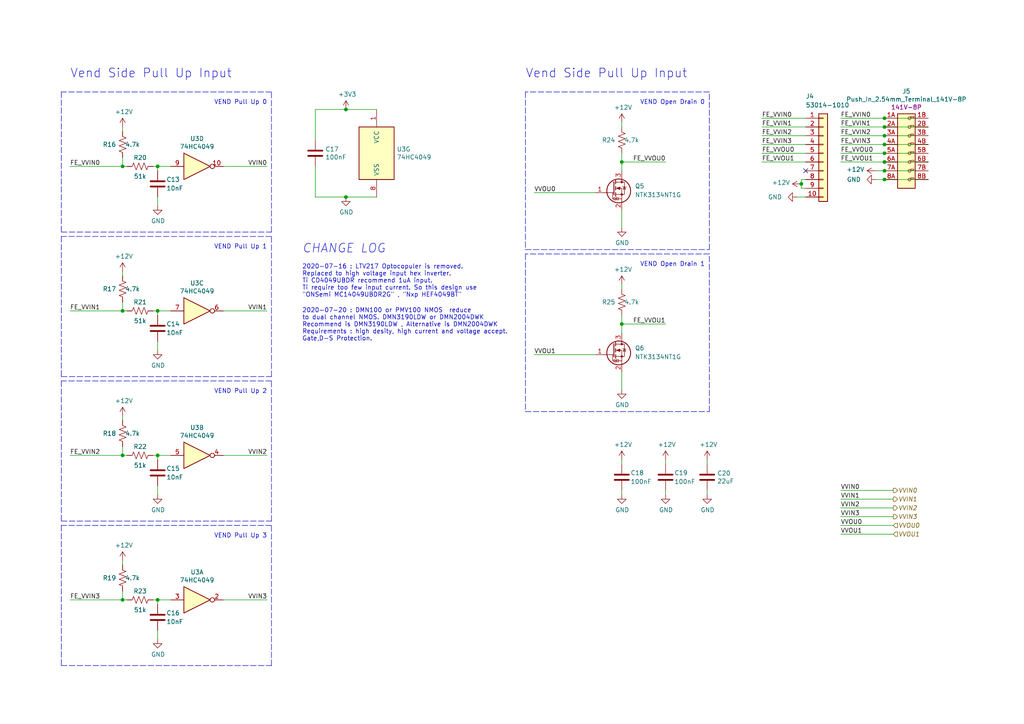
<source format=kicad_sch>
(kicad_sch (version 20210621) (generator eeschema)
  (paper "A4")
  (title_block (title "Vend Side") (date "2021-07-20") (rev "0.1") (company "Jinwoo Park, pmnxis@gmail.com") (comment 2 "IoT automation & statics support gadget for") (comment 3 "arcade amusement machine with WLAN.") (comment 4 "CERN-OHL-S-2.0"))
  (lib_symbols
    (symbol "4xxx:4049" (pin_names (offset 1.016))
      (property "Reference" "U" (at 0 1.27 0))
      (property "Value" "4049" (at 0 -1.27 0))
      (symbol "4049_1_0"
        (polyline (pts (xy -3.81 3.81) (xy -3.81 -3.81) (xy 3.81 0) (xy -3.81 3.81)) (stroke (width 0.254)) (fill (type background)))
        (pin output inverted (at 7.62 0 180) (length 3.81) (name "~") (number "2"))
        (pin input line (at -7.62 0 0) (length 3.81) (name "~") (number "3"))
      )
      (symbol "4049_2_0"
        (polyline (pts (xy -3.81 3.81) (xy -3.81 -3.81) (xy 3.81 0) (xy -3.81 3.81)) (stroke (width 0.254)) (fill (type background)))
        (pin output inverted (at 7.62 0 180) (length 3.81) (name "~") (number "4"))
        (pin input line (at -7.62 0 0) (length 3.81) (name "~") (number "5"))
      )
      (symbol "4049_3_0"
        (polyline (pts (xy -3.81 3.81) (xy -3.81 -3.81) (xy 3.81 0) (xy -3.81 3.81)) (stroke (width 0.254)) (fill (type background)))
        (pin output inverted (at 7.62 0 180) (length 3.81) (name "~") (number "6"))
        (pin input line (at -7.62 0 0) (length 3.81) (name "~") (number "7"))
      )
      (symbol "4049_4_0"
        (polyline (pts (xy -3.81 3.81) (xy -3.81 -3.81) (xy 3.81 0) (xy -3.81 3.81)) (stroke (width 0.254)) (fill (type background)))
        (pin output inverted (at 7.62 0 180) (length 3.81) (name "~") (number "10"))
        (pin input line (at -7.62 0 0) (length 3.81) (name "~") (number "9"))
      )
      (symbol "4049_5_0"
        (polyline (pts (xy -3.81 3.81) (xy -3.81 -3.81) (xy 3.81 0) (xy -3.81 3.81)) (stroke (width 0.254)) (fill (type background)))
        (pin input line (at -7.62 0 0) (length 3.81) (name "~") (number "11"))
        (pin output inverted (at 7.62 0 180) (length 3.81) (name "~") (number "12"))
      )
      (symbol "4049_6_0"
        (polyline (pts (xy -3.81 3.81) (xy -3.81 -3.81) (xy 3.81 0) (xy -3.81 3.81)) (stroke (width 0.254)) (fill (type background)))
        (pin input line (at -7.62 0 0) (length 3.81) (name "~") (number "14"))
        (pin output inverted (at 7.62 0 180) (length 3.81) (name "~") (number "15"))
      )
      (symbol "4049_7_0"
        (pin power_in line (at 0 12.7 270) (length 5.08) (name "VCC") (number "1"))
        (pin power_in line (at 0 -12.7 90) (length 5.08) (name "VSS") (number "8"))
      )
      (symbol "4049_7_1"
        (rectangle (start -5.08 7.62) (end 5.08 -7.62) (stroke (width 0.254)) (fill (type background)))
      )
    )
    (symbol "Connector_Extended_141V:Push_In_2.54mm_Terminal_141V-8P" (pin_names (offset 1.016) hide)
      (property "Reference" "J" (at -3.81 0 0))
      (property "Value" "Push_In_2.54mm_Terminal_141V-8P" (at -1.905 -2.54 0))
      (property "MFR.Part#" "141V-8P" (at -1.905 -5.08 0))
      (symbol "Push_In_2.54mm_Terminal_141V-8P_1_1"
        (circle (center 0.0254 -0.381) (radius 0.4064))
        (circle (center 2.5654 -0.381) (radius 0.4064))
        (circle (center 5.1054 -0.381) (radius 0.4064))
        (circle (center 7.6454 -0.381) (radius 0.4064))
        (circle (center 10.1854 -0.381) (radius 0.4064))
        (circle (center 12.7254 -0.381) (radius 0.4064))
        (circle (center 15.2654 -0.381) (radius 0.4064))
        (circle (center 17.8054 -0.381) (radius 0.4064))
        (rectangle (start -0.4826 0) (end -0.1016 0.889))
        (rectangle (start 2.0574 0) (end 2.4384 0.889))
        (rectangle (start 4.5974 0) (end 4.9784 0.889))
        (rectangle (start 7.1374 0) (end 7.5184 0.889))
        (rectangle (start 9.6774 0) (end 10.0584 0.889))
        (rectangle (start 12.2174 0) (end 12.5984 0.889))
        (rectangle (start 14.7574 0) (end 15.1384 0.889))
        (rectangle (start 17.2974 0) (end 17.6784 0.889))
        (rectangle (start 20.32 1.27) (end -1.27 -3.81) (stroke (width 0.254)) (fill (type background)))
        (pin passive line (at 0 -7.62 90) (length 3.81) (name "Pin_1A") (number "1A"))
        (pin passive line (at 0 5.08 270) (length 3.81) (name "Pin_1B") (number "1B"))
        (pin passive line (at 2.54 -7.62 90) (length 3.81) (name "Pin_2A") (number "2A"))
        (pin passive line (at 2.54 5.08 270) (length 3.81) (name "Pin_2B") (number "2B"))
        (pin passive line (at 5.08 -7.62 90) (length 3.81) (name "Pin_3A") (number "3A"))
        (pin passive line (at 5.08 5.08 270) (length 3.81) (name "Pin_3B") (number "3B"))
        (pin passive line (at 7.62 -7.62 90) (length 3.81) (name "Pin_4A") (number "4A"))
        (pin passive line (at 7.62 5.08 270) (length 3.81) (name "Pin_4B") (number "4B"))
        (pin passive line (at 10.16 -7.62 90) (length 3.81) (name "Pin_5A") (number "5A"))
        (pin passive line (at 10.16 5.08 270) (length 3.81) (name "Pin_5B") (number "5B"))
        (pin passive line (at 12.7 -7.62 90) (length 3.81) (name "Pin_6A") (number "6A"))
        (pin passive line (at 12.7 5.08 270) (length 3.81) (name "Pin_6B") (number "6B"))
        (pin passive line (at 15.24 -7.62 90) (length 3.81) (name "Pin_7A") (number "7A"))
        (pin passive line (at 15.24 5.08 270) (length 3.81) (name "Pin_7B") (number "7B"))
        (pin passive line (at 17.78 -7.62 90) (length 3.81) (name "Pin_8A") (number "8A"))
        (pin passive line (at 17.78 5.08 270) (length 3.81) (name "Pin_8B") (number "8B"))
      )
    )
    (symbol "Connector_Generic:Conn_01x10" (pin_names (offset 1.016) hide)
      (property "Reference" "J" (at 0 12.7 0))
      (property "Value" "Conn_01x10" (at 0 -15.24 0))
      (symbol "Conn_01x10_1_1"
        (rectangle (start -1.27 -12.573) (end 0 -12.827) (stroke (width 0.1524)))
        (rectangle (start -1.27 -10.033) (end 0 -10.287) (stroke (width 0.1524)))
        (rectangle (start -1.27 -7.493) (end 0 -7.747) (stroke (width 0.1524)))
        (rectangle (start -1.27 -4.953) (end 0 -5.207) (stroke (width 0.1524)))
        (rectangle (start -1.27 -2.413) (end 0 -2.667) (stroke (width 0.1524)))
        (rectangle (start -1.27 0.127) (end 0 -0.127) (stroke (width 0.1524)))
        (rectangle (start -1.27 2.667) (end 0 2.413) (stroke (width 0.1524)))
        (rectangle (start -1.27 5.207) (end 0 4.953) (stroke (width 0.1524)))
        (rectangle (start -1.27 7.747) (end 0 7.493) (stroke (width 0.1524)))
        (rectangle (start -1.27 10.287) (end 0 10.033) (stroke (width 0.1524)))
        (rectangle (start -1.27 11.43) (end 1.27 -13.97) (stroke (width 0.254)) (fill (type background)))
        (pin passive line (at -5.08 10.16 0) (length 3.81) (name "Pin_1") (number "1"))
        (pin passive line (at -5.08 -12.7 0) (length 3.81) (name "Pin_10") (number "10"))
        (pin passive line (at -5.08 7.62 0) (length 3.81) (name "Pin_2") (number "2"))
        (pin passive line (at -5.08 5.08 0) (length 3.81) (name "Pin_3") (number "3"))
        (pin passive line (at -5.08 2.54 0) (length 3.81) (name "Pin_4") (number "4"))
        (pin passive line (at -5.08 0 0) (length 3.81) (name "Pin_5") (number "5"))
        (pin passive line (at -5.08 -2.54 0) (length 3.81) (name "Pin_6") (number "6"))
        (pin passive line (at -5.08 -5.08 0) (length 3.81) (name "Pin_7") (number "7"))
        (pin passive line (at -5.08 -7.62 0) (length 3.81) (name "Pin_8") (number "8"))
        (pin passive line (at -5.08 -10.16 0) (length 3.81) (name "Pin_9") (number "9"))
      )
    )
    (symbol "Device:C" (pin_numbers hide) (pin_names (offset 0.254))
      (property "Reference" "C" (at 0.635 2.54 0))
      (property "Value" "C" (at 0.635 -2.54 0))
      (symbol "C_0_1"
        (polyline (pts (xy -2.032 -0.762) (xy 2.032 -0.762)) (stroke (width 0.508)))
        (polyline (pts (xy -2.032 0.762) (xy 2.032 0.762)) (stroke (width 0.508)))
      )
      (symbol "C_1_1"
        (pin passive line (at 0 3.81 270) (length 2.794) (name "~") (number "1"))
        (pin passive line (at 0 -3.81 90) (length 2.794) (name "~") (number "2"))
      )
    )
    (symbol "Device:R_US" (pin_numbers hide) (pin_names (offset 0))
      (property "Reference" "R" (at 2.54 0 90))
      (property "Value" "R_US" (at -2.54 0 90))
      (symbol "R_US_0_1"
        (polyline (pts (xy 0 -2.286) (xy 0 -2.54)))
        (polyline (pts (xy 0 2.286) (xy 0 2.54)))
        (polyline (pts (xy 0 -0.762) (xy 1.016 -1.143) (xy 0 -1.524) (xy -1.016 -1.905) (xy 0 -2.286)))
        (polyline (pts (xy 0 0.762) (xy 1.016 0.381) (xy 0 0) (xy -1.016 -0.381) (xy 0 -0.762)))
        (polyline (pts (xy 0 2.286) (xy 1.016 1.905) (xy 0 1.524) (xy -1.016 1.143) (xy 0 0.762)))
      )
      (symbol "R_US_1_1"
        (pin passive line (at 0 3.81 270) (length 1.27) (name "~") (number "1"))
        (pin passive line (at 0 -3.81 90) (length 1.27) (name "~") (number "2"))
      )
    )
    (symbol "Transistor_FET_Extended:DMN100-7-F" (pin_names hide)
      (property "Reference" "Q" (at 5.08 1.905 0))
      (property "Value" "DMN100-7-F" (at 5.08 0 0))
      (symbol "DMN100-7-F_0_1"
        (circle (center 2.54 -0.508) (radius 0.254) (fill (type outline)))
        (circle (center 2.54 3.048) (radius 0.254) (fill (type outline)))
        (polyline (pts (xy 0.254 0) (xy -2.54 0)))
        (polyline (pts (xy 0.254 3.175) (xy 0.254 -0.635)) (stroke (width 0.254)))
        (polyline (pts (xy 0.762 0) (xy 0.762 -1.016)) (stroke (width 0.254)))
        (polyline (pts (xy 0.762 1.778) (xy 0.762 0.762)) (stroke (width 0.254)))
        (polyline (pts (xy 0.762 3.556) (xy 0.762 2.54)) (stroke (width 0.254)))
        (polyline (pts (xy 2.54 -1.778) (xy 1.524 -1.778)))
        (polyline (pts (xy 2.54 3.81) (xy 2.54 3.048)))
        (polyline (pts (xy -0.127 0) (xy -0.127 -1.778) (xy 0.254 -1.778)))
        (polyline (pts (xy 2.54 -2.54) (xy 2.54 1.27) (xy 0.762 1.27)))
        (polyline (pts (xy 0.762 -0.508) (xy 3.302 -0.508) (xy 3.302 3.048) (xy 0.762 3.048)))
        (polyline (pts (xy 2.794 1.778) (xy 2.921 1.651) (xy 3.683 1.651) (xy 3.81 1.524)))
        (polyline (pts (xy 3.302 1.651) (xy 2.921 1.016) (xy 3.683 1.016) (xy 3.302 1.651)))
        (polyline (pts (xy 1.016 1.27) (xy 2.032 1.651) (xy 2.032 0.889) (xy 1.016 1.27)) (fill (type outline)))
      )
      (symbol "DMN100-7-F_1_1"
        (circle (center 1.651 0.508) (radius 3.4544) (stroke (width 0.254)))
        (polyline (pts (xy 0.762 -2.286) (xy 0.889 -2.159) (xy 0.889 -1.397) (xy 1.016 -1.27)))
        (polyline (pts (xy 0.889 -1.778) (xy 0.254 -1.397) (xy 0.254 -2.159) (xy 0.889 -1.778)))
        (polyline (pts (xy 0.889 -1.778) (xy 1.524 -2.159) (xy 1.524 -1.397) (xy 0.889 -1.778)))
        (pin input line (at -5.08 0 0) (length 2.54) (name "G") (number "1"))
        (pin passive line (at 2.54 -5.08 90) (length 2.54) (name "S") (number "2"))
        (pin passive line (at 2.54 6.35 270) (length 2.54) (name "D") (number "3"))
      )
    )
    (symbol "power:+12V" (power) (pin_names (offset 0))
      (property "Value" "+12V" (at 0 3.556 0))
      (symbol "+12V_0_1"
        (polyline (pts (xy -0.762 1.27) (xy 0 2.54)))
        (polyline (pts (xy 0 0) (xy 0 2.54)))
        (polyline (pts (xy 0 2.54) (xy 0.762 1.27)))
      )
      (symbol "+12V_1_1"
        (pin power_in line (at 0 0 90) (length 0) hide (name "+12V") (number "1"))
      )
    )
    (symbol "power:+3V3" (power) (pin_names (offset 0))
      (property "Value" "+3V3" (at 0 3.556 0))
      (symbol "+3V3_0_1"
        (polyline (pts (xy -0.762 1.27) (xy 0 2.54)))
        (polyline (pts (xy 0 0) (xy 0 2.54)))
        (polyline (pts (xy 0 2.54) (xy 0.762 1.27)))
      )
      (symbol "+3V3_1_1"
        (pin power_in line (at 0 0 90) (length 0) hide (name "+3V3") (number "1"))
      )
    )
    (symbol "power:GND" (power) (pin_names (offset 0))
      (property "Value" "GND" (at 0 -3.81 0))
      (symbol "GND_0_1"
        (polyline (pts (xy 0 0) (xy 0 -1.27) (xy 1.27 -1.27) (xy 0 -2.54) (xy -1.27 -1.27) (xy 0 -1.27)))
      )
      (symbol "GND_1_1"
        (pin power_in line (at 0 0 270) (length 0) hide (name "GND") (number "1"))
      )
    )
  )
  (junction (at 35.56 48.26) (diameter 0.9144))
  (junction (at 35.56 90.17) (diameter 0.9144))
  (junction (at 35.56 132.08) (diameter 0.9144))
  (junction (at 35.56 173.99) (diameter 0.9144))
  (junction (at 45.72 48.26) (diameter 0.9144))
  (junction (at 45.72 90.17) (diameter 0.9144))
  (junction (at 45.72 132.08) (diameter 0.9144))
  (junction (at 45.72 173.99) (diameter 0.9144))
  (junction (at 100.33 31.75) (diameter 0.9144))
  (junction (at 100.33 57.15) (diameter 0.9144))
  (junction (at 180.34 46.99) (diameter 0.9144))
  (junction (at 180.34 93.98) (diameter 0.9144))
  (junction (at 232.41 53.34) (diameter 0.9144))
  (junction (at 256.54 34.29) (diameter 0.9144))
  (junction (at 256.54 36.83) (diameter 0.9144))
  (junction (at 256.54 39.37) (diameter 0.9144))
  (junction (at 256.54 41.91) (diameter 0.9144))
  (junction (at 256.54 44.45) (diameter 0.9144))
  (junction (at 256.54 46.99) (diameter 0.9144))
  (junction (at 256.54 49.53) (diameter 0.9144))
  (junction (at 256.54 52.07) (diameter 0.9144))
  (no_connect (at 233.68 49.53))
  (wire (pts (xy 20.32 48.26) (xy 35.56 48.26)))
  (wire (pts (xy 20.32 90.17) (xy 35.56 90.17)))
  (wire (pts (xy 20.32 132.08) (xy 35.56 132.08)))
  (wire (pts (xy 20.32 173.99) (xy 35.56 173.99)))
  (wire (pts (xy 35.56 38.1) (xy 35.56 36.83)))
  (wire (pts (xy 35.56 45.72) (xy 35.56 48.26)))
  (wire (pts (xy 35.56 80.01) (xy 35.56 78.74)))
  (wire (pts (xy 35.56 87.63) (xy 35.56 90.17)))
  (wire (pts (xy 35.56 121.92) (xy 35.56 120.65)))
  (wire (pts (xy 35.56 129.54) (xy 35.56 132.08)))
  (wire (pts (xy 35.56 163.83) (xy 35.56 162.56)))
  (wire (pts (xy 35.56 171.45) (xy 35.56 173.99)))
  (wire (pts (xy 36.83 48.26) (xy 35.56 48.26)))
  (wire (pts (xy 36.83 90.17) (xy 35.56 90.17)))
  (wire (pts (xy 36.83 132.08) (xy 35.56 132.08)))
  (wire (pts (xy 36.83 173.99) (xy 35.56 173.99)))
  (wire (pts (xy 44.45 48.26) (xy 45.72 48.26)))
  (wire (pts (xy 44.45 90.17) (xy 45.72 90.17)))
  (wire (pts (xy 44.45 132.08) (xy 45.72 132.08)))
  (wire (pts (xy 44.45 173.99) (xy 45.72 173.99)))
  (wire (pts (xy 45.72 48.26) (xy 49.53 48.26)))
  (wire (pts (xy 45.72 49.53) (xy 45.72 48.26)))
  (wire (pts (xy 45.72 59.69) (xy 45.72 57.15)))
  (wire (pts (xy 45.72 90.17) (xy 49.53 90.17)))
  (wire (pts (xy 45.72 91.44) (xy 45.72 90.17)))
  (wire (pts (xy 45.72 101.6) (xy 45.72 99.06)))
  (wire (pts (xy 45.72 132.08) (xy 49.53 132.08)))
  (wire (pts (xy 45.72 133.35) (xy 45.72 132.08)))
  (wire (pts (xy 45.72 143.51) (xy 45.72 140.97)))
  (wire (pts (xy 45.72 173.99) (xy 49.53 173.99)))
  (wire (pts (xy 45.72 175.26) (xy 45.72 173.99)))
  (wire (pts (xy 45.72 185.42) (xy 45.72 182.88)))
  (wire (pts (xy 77.47 48.26) (xy 64.77 48.26)))
  (wire (pts (xy 77.47 90.17) (xy 64.77 90.17)))
  (wire (pts (xy 77.47 132.08) (xy 64.77 132.08)))
  (wire (pts (xy 77.47 173.99) (xy 64.77 173.99)))
  (wire (pts (xy 91.44 31.75) (xy 100.33 31.75)))
  (wire (pts (xy 91.44 40.64) (xy 91.44 31.75)))
  (wire (pts (xy 91.44 48.26) (xy 91.44 57.15)))
  (wire (pts (xy 91.44 57.15) (xy 100.33 57.15)))
  (wire (pts (xy 100.33 57.15) (xy 109.22 57.15)))
  (wire (pts (xy 109.22 31.75) (xy 100.33 31.75)))
  (wire (pts (xy 154.94 55.88) (xy 172.72 55.88)))
  (wire (pts (xy 154.94 102.87) (xy 172.72 102.87)))
  (wire (pts (xy 180.34 36.83) (xy 180.34 35.56)))
  (wire (pts (xy 180.34 44.45) (xy 180.34 46.99)))
  (wire (pts (xy 180.34 46.99) (xy 180.34 49.53)))
  (wire (pts (xy 180.34 60.96) (xy 180.34 66.04)))
  (wire (pts (xy 180.34 83.82) (xy 180.34 82.55)))
  (wire (pts (xy 180.34 91.44) (xy 180.34 93.98)))
  (wire (pts (xy 180.34 93.98) (xy 180.34 96.52)))
  (wire (pts (xy 180.34 107.95) (xy 180.34 113.03)))
  (wire (pts (xy 180.34 134.62) (xy 180.34 133.35)))
  (wire (pts (xy 180.34 143.51) (xy 180.34 142.24)))
  (wire (pts (xy 193.04 46.99) (xy 180.34 46.99)))
  (wire (pts (xy 193.04 93.98) (xy 180.34 93.98)))
  (wire (pts (xy 193.04 134.62) (xy 193.04 133.35)))
  (wire (pts (xy 193.04 143.51) (xy 193.04 142.24)))
  (wire (pts (xy 205.105 133.35) (xy 205.105 134.62)))
  (wire (pts (xy 205.105 143.51) (xy 205.105 142.24)))
  (wire (pts (xy 220.98 34.29) (xy 233.68 34.29)))
  (wire (pts (xy 220.98 36.83) (xy 233.68 36.83)))
  (wire (pts (xy 220.98 39.37) (xy 233.68 39.37)))
  (wire (pts (xy 220.98 41.91) (xy 233.68 41.91)))
  (wire (pts (xy 220.98 44.45) (xy 233.68 44.45)))
  (wire (pts (xy 220.98 46.99) (xy 233.68 46.99)))
  (wire (pts (xy 231.14 57.15) (xy 233.68 57.15)))
  (wire (pts (xy 232.41 52.07) (xy 232.41 53.34)))
  (wire (pts (xy 232.41 52.07) (xy 233.68 52.07)))
  (wire (pts (xy 232.41 53.34) (xy 232.41 54.61)))
  (wire (pts (xy 232.41 54.61) (xy 233.68 54.61)))
  (wire (pts (xy 243.84 34.29) (xy 256.54 34.29)))
  (wire (pts (xy 243.84 36.83) (xy 256.54 36.83)))
  (wire (pts (xy 243.84 39.37) (xy 256.54 39.37)))
  (wire (pts (xy 243.84 41.91) (xy 256.54 41.91)))
  (wire (pts (xy 243.84 44.45) (xy 256.54 44.45)))
  (wire (pts (xy 243.84 46.99) (xy 256.54 46.99)))
  (wire (pts (xy 243.84 142.24) (xy 259.08 142.24)))
  (wire (pts (xy 243.84 144.78) (xy 259.08 144.78)))
  (wire (pts (xy 243.84 147.32) (xy 259.08 147.32)))
  (wire (pts (xy 243.84 149.86) (xy 259.08 149.86)))
  (wire (pts (xy 243.84 152.4) (xy 259.08 152.4)))
  (wire (pts (xy 243.84 154.94) (xy 259.08 154.94)))
  (wire (pts (xy 254 49.53) (xy 256.54 49.53)))
  (wire (pts (xy 254 52.07) (xy 256.54 52.07)))
  (wire (pts (xy 256.54 36.83) (xy 269.24 36.83)))
  (wire (pts (xy 256.54 41.91) (xy 269.24 41.91)))
  (wire (pts (xy 256.54 49.53) (xy 269.24 49.53)))
  (wire (pts (xy 256.54 52.07) (xy 269.24 52.07)))
  (wire (pts (xy 269.24 34.29) (xy 256.54 34.29)))
  (wire (pts (xy 269.24 39.37) (xy 256.54 39.37)))
  (wire (pts (xy 269.24 44.45) (xy 256.54 44.45)))
  (wire (pts (xy 269.24 46.99) (xy 256.54 46.99)))
  (polyline (pts (xy 17.78 26.67) (xy 17.78 67.31)) (stroke (width 0) (type dash)))
  (polyline (pts (xy 17.78 67.31) (xy 78.74 67.31)) (stroke (width 0) (type dash)))
  (polyline (pts (xy 17.78 68.58) (xy 17.78 109.22)) (stroke (width 0) (type dash)))
  (polyline (pts (xy 17.78 109.22) (xy 78.74 109.22)) (stroke (width 0) (type dash)))
  (polyline (pts (xy 17.78 110.49) (xy 17.78 151.13)) (stroke (width 0) (type dash)))
  (polyline (pts (xy 17.78 151.13) (xy 78.74 151.13)) (stroke (width 0) (type dash)))
  (polyline (pts (xy 17.78 152.4) (xy 17.78 193.04)) (stroke (width 0) (type dash)))
  (polyline (pts (xy 17.78 193.04) (xy 78.74 193.04)) (stroke (width 0) (type dash)))
  (polyline (pts (xy 78.74 26.67) (xy 17.78 26.67)) (stroke (width 0) (type dash)))
  (polyline (pts (xy 78.74 67.31) (xy 78.74 26.67)) (stroke (width 0) (type dash)))
  (polyline (pts (xy 78.74 68.58) (xy 17.78 68.58)) (stroke (width 0) (type dash)))
  (polyline (pts (xy 78.74 109.22) (xy 78.74 68.58)) (stroke (width 0) (type dash)))
  (polyline (pts (xy 78.74 110.49) (xy 17.78 110.49)) (stroke (width 0) (type dash)))
  (polyline (pts (xy 78.74 151.13) (xy 78.74 110.49)) (stroke (width 0) (type dash)))
  (polyline (pts (xy 78.74 152.4) (xy 17.78 152.4)) (stroke (width 0) (type dash)))
  (polyline (pts (xy 78.74 193.04) (xy 78.74 152.4)) (stroke (width 0) (type dash)))
  (polyline (pts (xy 152.4 26.67) (xy 152.4 72.39)) (stroke (width 0) (type dash)))
  (polyline (pts (xy 152.4 72.39) (xy 205.74 72.39)) (stroke (width 0) (type dash)))
  (polyline (pts (xy 152.4 73.66) (xy 152.4 119.38)) (stroke (width 0) (type dash)))
  (polyline (pts (xy 152.4 119.38) (xy 205.74 119.38)) (stroke (width 0) (type dash)))
  (polyline (pts (xy 205.74 26.67) (xy 152.4 26.67)) (stroke (width 0) (type dash)))
  (polyline (pts (xy 205.74 72.39) (xy 205.74 26.67)) (stroke (width 0) (type dash)))
  (polyline (pts (xy 205.74 73.66) (xy 152.4 73.66)) (stroke (width 0) (type dash)))
  (polyline (pts (xy 205.74 119.38) (xy 205.74 73.66)) (stroke (width 0) (type dash)))
  (text "Vend Side Pull Up Input" (at 20.32 22.86 0) (effects (font (size 2.54 2.54)) (justify left bottom)))
  (text "VEND Pull Up 0" (at 77.47 30.48 180) (effects (font (size 1.27 1.27)) (justify right bottom)))
  (text "VEND Pull Up 1" (at 77.47 72.39 180) (effects (font (size 1.27 1.27)) (justify right bottom)))
  (text "VEND Pull Up 2" (at 77.47 114.3 180) (effects (font (size 1.27 1.27)) (justify right bottom)))
  (text "VEND Pull Up 3" (at 77.47 156.21 180) (effects (font (size 1.27 1.27)) (justify right bottom)))
  (text "CHANGE LOG" (at 87.63 73.66 0) (effects (font (size 2.54 2.54) italic) (justify left bottom)))
  (text "2020-07-16 : LTV217 Optocopuler is removed.\nReplaced to high voltage input hex inverter.\nTi CD4049UBDR recommend 1uA input.\nTi require too few input current. So this design use\n\"ONSemi MC14049UBDR2G\" , \"Nxp HEF4049BT\"" (at 87.63 86.36 0) (effects (font (size 1.27 1.27)) (justify left bottom)))
  (text "2020-07-20 : DMN100 or PMV100 NMOS  reduce\nto dual channel NMOS. DMN3190LDW or DMN2004DWK\nRecommend is DMN3190LDW , Alternative is DMN2004DWK\nRequirements : high desity, high current and voltage accept.\nGate,D-S Protection." (at 87.63 99.06 0) (effects (font (size 1.27 1.27)) (justify left bottom)))
  (text "Vend Side Pull Up Input" (at 152.4 22.86 0) (effects (font (size 2.54 2.54)) (justify left bottom)))
  (text "VEND Open Drain 0" (at 204.47 30.48 180) (effects (font (size 1.27 1.27)) (justify right bottom)))
  (text "VEND Open Drain 1" (at 204.47 77.47 180) (effects (font (size 1.27 1.27)) (justify right bottom)))
  (label "FE_VVIN0" (at 20.32 48.26 0))
  (label "FE_VVIN1" (at 20.32 90.17 0))
  (label "FE_VVIN2" (at 20.32 132.08 0))
  (label "FE_VVIN3" (at 20.32 173.99 0))
  (label "VVIN0" (at 77.47 48.26 180))
  (label "VVIN1" (at 77.47 90.17 180))
  (label "VVIN2" (at 77.47 132.08 180))
  (label "VVIN3" (at 77.47 173.99 180))
  (label "VVOU0" (at 154.94 55.88 0))
  (label "VVOU1" (at 154.94 102.87 0))
  (label "FE_VVOU0" (at 193.04 46.99 180))
  (label "FE_VVOU1" (at 193.04 93.98 180))
  (label "FE_VVIN0" (at 220.98 34.29 0))
  (label "FE_VVIN1" (at 220.98 36.83 0))
  (label "FE_VVIN2" (at 220.98 39.37 0))
  (label "FE_VVIN3" (at 220.98 41.91 0))
  (label "FE_VVOU0" (at 220.98 44.45 0))
  (label "FE_VVOU1" (at 220.98 46.99 0))
  (label "FE_VVIN0" (at 243.84 34.29 0))
  (label "FE_VVIN1" (at 243.84 36.83 0))
  (label "FE_VVIN2" (at 243.84 39.37 0))
  (label "FE_VVIN3" (at 243.84 41.91 0))
  (label "FE_VVOU0" (at 243.84 44.45 0))
  (label "FE_VVOU1" (at 243.84 46.99 0))
  (label "VVIN0" (at 243.84 142.24 0))
  (label "VVIN1" (at 243.84 144.78 0))
  (label "VVIN2" (at 243.84 147.32 0))
  (label "VVIN3" (at 243.84 149.86 0))
  (label "VVOU0" (at 243.84 152.4 0))
  (label "VVOU1" (at 243.84 154.94 0))
  (hierarchical_label "VVIN0" (shape output) (at 259.08 142.24 0) (effects (font italic)))
  (hierarchical_label "VVIN1" (shape output) (at 259.08 144.78 0) (effects (font italic)))
  (hierarchical_label "VVIN2" (shape output) (at 259.08 147.32 0) (effects (font italic)))
  (hierarchical_label "VVIN3" (shape output) (at 259.08 149.86 0) (effects (font italic)))
  (hierarchical_label "VVOU0" (shape input) (at 259.08 152.4 0) (effects (font italic)))
  (hierarchical_label "VVOU1" (shape input) (at 259.08 154.94 0) (effects (font italic)))
  (symbol (lib_id "power:+12V") (at 35.56 36.83 0) (unit 1)
    (property "Reference" "#PWR041" (effects hide))
    (property "Value" "+12V" (at 35.941 32.4358 0))
  )
  (symbol (lib_id "power:+12V") (at 35.56 78.74 0) (unit 1)
    (property "Reference" "#PWR042" (effects hide))
    (property "Value" "+12V" (at 35.941 74.3458 0))
  )
  (symbol (lib_id "power:+12V") (at 35.56 120.65 0) (unit 1)
    (property "Reference" "#PWR043" (effects hide))
    (property "Value" "+12V" (at 35.941 116.2558 0))
  )
  (symbol (lib_id "power:+12V") (at 35.56 162.56 0) (unit 1)
    (property "Reference" "#PWR044" (effects hide))
    (property "Value" "+12V" (at 35.941 158.1658 0))
  )
  (symbol (lib_id "power:+3V3") (at 100.33 31.75 0) (unit 1)
    (property "Reference" "#PWR049" (effects hide))
    (property "Value" "+3V3" (at 100.711 27.3558 0))
  )
  (symbol (lib_id "power:+12V") (at 180.34 35.56 0) (unit 1)
    (property "Reference" "#PWR051" (effects hide))
    (property "Value" "+12V" (at 180.721 31.1658 0))
  )
  (symbol (lib_id "power:+12V") (at 180.34 82.55 0) (unit 1)
    (property "Reference" "#PWR053" (effects hide))
    (property "Value" "+12V" (at 180.721 78.1558 0))
  )
  (symbol (lib_id "power:+12V") (at 180.34 133.35 0) (unit 1)
    (property "Reference" "#PWR055" (effects hide))
    (property "Value" "+12V" (at 180.721 128.9558 0))
  )
  (symbol (lib_id "power:+12V") (at 193.04 133.35 0) (unit 1)
    (property "Reference" "#PWR057" (effects hide))
    (property "Value" "+12V" (at 193.421 128.9558 0))
  )
  (symbol (lib_id "power:+12V") (at 205.105 133.35 0) (unit 1)
    (property "Reference" "#PWR059" (effects hide))
    (property "Value" "+12V" (at 205.486 128.9558 0))
  )
  (symbol (lib_id "power:+12V") (at 232.41 53.34 90) (unit 1)
    (property "Reference" "#PWR062" (effects hide))
    (property "Value" "+12V" (at 229.1588 52.959 90) (effects (justify left)))
  )
  (symbol (lib_id "power:+12V") (at 254 49.53 90) (unit 1)
    (property "Reference" "#PWR063" (effects hide))
    (property "Value" "+12V" (at 250.7488 49.149 90) (effects (justify left)))
  )
  (symbol (lib_id "power:GND") (at 45.72 59.69 0) (unit 1)
    (property "Reference" "#PWR045" (effects hide))
    (property "Value" "GND" (at 45.847 64.0842 0))
  )
  (symbol (lib_id "power:GND") (at 45.72 101.6 0) (unit 1)
    (property "Reference" "#PWR046" (effects hide))
    (property "Value" "GND" (at 45.847 105.9942 0))
  )
  (symbol (lib_id "power:GND") (at 45.72 143.51 0) (unit 1)
    (property "Reference" "#PWR047" (effects hide))
    (property "Value" "GND" (at 45.847 147.9042 0))
  )
  (symbol (lib_id "power:GND") (at 45.72 185.42 0) (unit 1)
    (property "Reference" "#PWR048" (effects hide))
    (property "Value" "GND" (at 45.847 189.8142 0))
  )
  (symbol (lib_id "power:GND") (at 100.33 57.15 0) (unit 1)
    (property "Reference" "#PWR050" (effects hide))
    (property "Value" "GND" (at 100.457 61.5442 0))
  )
  (symbol (lib_id "power:GND") (at 180.34 66.04 0) (unit 1)
    (property "Reference" "#PWR052" (effects hide))
    (property "Value" "GND" (at 180.467 70.4342 0))
  )
  (symbol (lib_id "power:GND") (at 180.34 113.03 0) (unit 1)
    (property "Reference" "#PWR054" (effects hide))
    (property "Value" "GND" (at 180.467 117.4242 0))
  )
  (symbol (lib_id "power:GND") (at 180.34 143.51 0) (unit 1)
    (property "Reference" "#PWR056" (effects hide))
    (property "Value" "GND" (at 180.467 147.9042 0))
  )
  (symbol (lib_id "power:GND") (at 193.04 143.51 0) (unit 1)
    (property "Reference" "#PWR058" (effects hide))
    (property "Value" "GND" (at 193.167 147.9042 0))
  )
  (symbol (lib_id "power:GND") (at 205.105 143.51 0) (unit 1)
    (property "Reference" "#PWR060" (effects hide))
    (property "Value" "GND" (at 205.232 147.9042 0))
  )
  (symbol (lib_id "power:GND") (at 231.14 57.15 270) (unit 1)
    (property "Reference" "#PWR061" (effects hide))
    (property "Value" "GND" (at 224.79 57.15 90))
  )
  (symbol (lib_id "power:GND") (at 254 52.07 270) (unit 1)
    (property "Reference" "#PWR064" (effects hide))
    (property "Value" "GND" (at 247.65 52.07 90))
  )
  (symbol (lib_id "Device:R_US") (at 35.56 41.91 180) (unit 1)
    (property "Reference" "R16" (at 31.75 41.91 0))
    (property "Value" "4.7k" (at 38.4556 41.91 0))
    (property "Footprint" "Resistor_SMD:R_0402_1005Metric" (effects hide))
    (property "LCSC Part" "C25900" (effects hide))
    (property "MFR.Part#" "0402WGF4701TCE" (effects hide))
    (property "Manufacturer" "ANY" (effects hide))
    (property "Mount" "SMD" (effects hide))
    (property "ODR.Part#" "RES 4.7k 1005" (effects hide))
    (property "Packaging" "1005" (effects hide))
    (property "Supplier" "JLCPCB-Basic" (effects hide))
  )
  (symbol (lib_id "Device:R_US") (at 35.56 83.82 180) (unit 1)
    (property "Reference" "R17" (at 31.75 83.82 0))
    (property "Value" "4.7k" (at 38.4556 83.82 0))
    (property "Footprint" "Resistor_SMD:R_0402_1005Metric" (effects hide))
    (property "LCSC Part" "C25900" (effects hide))
    (property "MFR.Part#" "0402WGF4701TCE" (effects hide))
    (property "Manufacturer" "ANY" (effects hide))
    (property "Mount" "SMD" (effects hide))
    (property "ODR.Part#" "RES 4.7k 1005" (effects hide))
    (property "Packaging" "1005" (effects hide))
    (property "Supplier" "JLCPCB-Basic" (effects hide))
  )
  (symbol (lib_id "Device:R_US") (at 35.56 125.73 180) (unit 1)
    (property "Reference" "R18" (at 31.75 125.73 0))
    (property "Value" "4.7k" (at 38.4556 125.73 0))
    (property "Footprint" "Resistor_SMD:R_0402_1005Metric" (effects hide))
    (property "LCSC Part" "C25900" (effects hide))
    (property "MFR.Part#" "0402WGF4701TCE" (effects hide))
    (property "Manufacturer" "ANY" (effects hide))
    (property "Mount" "SMD" (effects hide))
    (property "ODR.Part#" "RES 4.7k 1005" (effects hide))
    (property "Packaging" "1005" (effects hide))
    (property "Supplier" "JLCPCB-Basic" (effects hide))
  )
  (symbol (lib_id "Device:R_US") (at 35.56 167.64 180) (unit 1)
    (property "Reference" "R19" (at 31.75 167.64 0))
    (property "Value" "4.7k" (at 38.4556 167.64 0))
    (property "Footprint" "Resistor_SMD:R_0402_1005Metric" (effects hide))
    (property "LCSC Part" "C25900" (effects hide))
    (property "MFR.Part#" "0402WGF4701TCE" (effects hide))
    (property "Manufacturer" "ANY" (effects hide))
    (property "Mount" "SMD" (effects hide))
    (property "ODR.Part#" "RES 4.7k 1005" (effects hide))
    (property "Packaging" "1005" (effects hide))
    (property "Supplier" "JLCPCB-Basic" (effects hide))
  )
  (symbol (lib_id "Device:R_US") (at 40.64 48.26 90) (unit 1)
    (property "Reference" "R20" (at 40.64 45.72 90))
    (property "Value" "51k" (at 40.64 51.1556 90))
    (property "Footprint" "Resistor_SMD:R_0402_1005Metric" (effects hide))
    (property "LCSC Part" "C25794" (effects hide))
    (property "MFR.Part#" "0402WGF5102TCE" (effects hide))
    (property "Manufacturer" "ANY" (effects hide))
    (property "Mount" "SMD" (effects hide))
    (property "ODR.Part#" "RES 51k 1005" (effects hide))
    (property "Packaging" "1005" (effects hide))
    (property "Supplier" "JLCPCB-Basic" (effects hide))
  )
  (symbol (lib_id "Device:R_US") (at 40.64 90.17 90) (unit 1)
    (property "Reference" "R21" (at 40.64 87.63 90))
    (property "Value" "51k" (at 40.64 93.0656 90))
    (property "Footprint" "Resistor_SMD:R_0402_1005Metric" (effects hide))
    (property "LCSC Part" "C25794" (effects hide))
    (property "MFR.Part#" "0402WGF5102TCE" (effects hide))
    (property "Manufacturer" "ANY" (effects hide))
    (property "Mount" "SMD" (effects hide))
    (property "ODR.Part#" "RES 51k 1005" (effects hide))
    (property "Packaging" "1005" (effects hide))
    (property "Supplier" "JLCPCB-Basic" (effects hide))
  )
  (symbol (lib_id "Device:R_US") (at 40.64 132.08 90) (unit 1)
    (property "Reference" "R22" (at 40.64 129.54 90))
    (property "Value" "51k" (at 40.64 134.9756 90))
    (property "Footprint" "Resistor_SMD:R_0402_1005Metric" (effects hide))
    (property "LCSC Part" "C25794" (effects hide))
    (property "MFR.Part#" "0402WGF5102TCE" (effects hide))
    (property "Manufacturer" "ANY" (effects hide))
    (property "Mount" "SMD" (effects hide))
    (property "ODR.Part#" "RES 51k 1005" (effects hide))
    (property "Packaging" "1005" (effects hide))
    (property "Supplier" "JLCPCB-Basic" (effects hide))
  )
  (symbol (lib_id "Device:R_US") (at 40.64 173.99 90) (unit 1)
    (property "Reference" "R23" (at 40.64 171.45 90))
    (property "Value" "51k" (at 40.64 176.8856 90))
    (property "Footprint" "Resistor_SMD:R_0402_1005Metric" (effects hide))
    (property "LCSC Part" "C25794" (effects hide))
    (property "MFR.Part#" "0402WGF5102TCE" (effects hide))
    (property "Manufacturer" "ANY" (effects hide))
    (property "Mount" "SMD" (effects hide))
    (property "ODR.Part#" "RES 51k 1005" (effects hide))
    (property "Packaging" "1005" (effects hide))
    (property "Supplier" "JLCPCB-Basic" (effects hide))
  )
  (symbol (lib_id "Device:R_US") (at 180.34 40.64 180) (unit 1)
    (property "Reference" "R24" (at 176.53 40.64 0))
    (property "Value" "4.7k" (at 183.2356 40.64 0))
    (property "Footprint" "Resistor_SMD:R_0402_1005Metric" (effects hide))
    (property "LCSC Part" "C25900" (effects hide))
    (property "MFR.Part#" "0402WGF4701TCE" (effects hide))
    (property "Manufacturer" "ANY" (effects hide))
    (property "Mount" "SMD" (effects hide))
    (property "ODR.Part#" "RES 4.7k 1005" (effects hide))
    (property "Packaging" "1005" (effects hide))
    (property "Supplier" "JLCPCB-Basic" (effects hide))
  )
  (symbol (lib_id "Device:R_US") (at 180.34 87.63 180) (unit 1)
    (property "Reference" "R25" (at 176.53 87.63 0))
    (property "Value" "4.7k" (at 183.2356 87.63 0))
    (property "Footprint" "Resistor_SMD:R_0402_1005Metric" (effects hide))
    (property "LCSC Part" "C25900" (effects hide))
    (property "MFR.Part#" "0402WGF4701TCE" (effects hide))
    (property "Manufacturer" "ANY" (effects hide))
    (property "Mount" "SMD" (effects hide))
    (property "ODR.Part#" "RES 4.7k 1005" (effects hide))
    (property "Packaging" "1005" (effects hide))
    (property "Supplier" "JLCPCB-Basic" (effects hide))
  )
  (symbol (lib_id "Device:C") (at 45.72 53.34 0) (unit 1)
    (property "Reference" "C13" (at 48.26 52.07 0) (effects (justify left)))
    (property "Value" "10nF" (at 48.26 54.61 0) (effects (justify left)))
    (property "Footprint" "Capacitor_SMD:C_0402_1005Metric" (effects hide))
    (property "Datasheet" "https://www.samsungsem.com/resources/file/global/support/product_catalog/MLCC.pdf" (effects hide))
    (property "LCSC Part" "C15195" (effects hide))
    (property "MFR.Part#" "CL05B103KB5NNNC" (effects hide))
    (property "Manufacturer" "ANY" (effects hide))
    (property "Mount" "SMD" (effects hide))
    (property "ODR.Part#" "CAP 10nF 1005" (effects hide))
    (property "Packaging" "1005" (effects hide))
    (property "Supplier" "JLCPCB-Basic" (effects hide))
  )
  (symbol (lib_id "Device:C") (at 45.72 95.25 0) (unit 1)
    (property "Reference" "C14" (at 48.26 93.98 0) (effects (justify left)))
    (property "Value" "10nF" (at 48.26 96.52 0) (effects (justify left)))
    (property "Footprint" "Capacitor_SMD:C_0402_1005Metric" (effects hide))
    (property "Datasheet" "https://www.samsungsem.com/resources/file/global/support/product_catalog/MLCC.pdf" (effects hide))
    (property "LCSC Part" "C15195" (effects hide))
    (property "MFR.Part#" "CL05B103KB5NNNC" (effects hide))
    (property "Manufacturer" "ANY" (effects hide))
    (property "Mount" "SMD" (effects hide))
    (property "ODR.Part#" "CAP 10nF 1005" (effects hide))
    (property "Packaging" "1005" (effects hide))
    (property "Supplier" "JLCPCB-Basic" (effects hide))
  )
  (symbol (lib_id "Device:C") (at 45.72 137.16 0) (unit 1)
    (property "Reference" "C15" (at 48.26 135.89 0) (effects (justify left)))
    (property "Value" "10nF" (at 48.26 138.43 0) (effects (justify left)))
    (property "Footprint" "Capacitor_SMD:C_0402_1005Metric" (effects hide))
    (property "Datasheet" "https://www.samsungsem.com/resources/file/global/support/product_catalog/MLCC.pdf" (effects hide))
    (property "LCSC Part" "C15195" (effects hide))
    (property "MFR.Part#" "CL05B103KB5NNNC" (effects hide))
    (property "Manufacturer" "ANY" (effects hide))
    (property "Mount" "SMD" (effects hide))
    (property "ODR.Part#" "CAP 10nF 1005" (effects hide))
    (property "Packaging" "1005" (effects hide))
    (property "Supplier" "JLCPCB-Basic" (effects hide))
  )
  (symbol (lib_id "Device:C") (at 45.72 179.07 0) (unit 1)
    (property "Reference" "C16" (at 48.26 177.8 0) (effects (justify left)))
    (property "Value" "10nF" (at 48.26 180.34 0) (effects (justify left)))
    (property "Footprint" "Capacitor_SMD:C_0402_1005Metric" (effects hide))
    (property "Datasheet" "https://www.samsungsem.com/resources/file/global/support/product_catalog/MLCC.pdf" (effects hide))
    (property "LCSC Part" "C15195" (effects hide))
    (property "MFR.Part#" "CL05B103KB5NNNC" (effects hide))
    (property "Manufacturer" "ANY" (effects hide))
    (property "Mount" "SMD" (effects hide))
    (property "ODR.Part#" "CAP 10nF 1005" (effects hide))
    (property "Packaging" "1005" (effects hide))
    (property "Supplier" "JLCPCB-Basic" (effects hide))
  )
  (symbol (lib_id "Device:C") (at 91.44 44.45 0) (unit 1)
    (property "Reference" "C17" (at 94.361 43.2816 0) (effects (justify left)))
    (property "Value" "100nF" (at 94.361 45.593 0) (effects (justify left)))
    (property "Footprint" "Capacitor_SMD:C_0402_1005Metric" (effects hide))
    (property "Datasheet" "https://www.samsungsem.com/resources/file/global/support/product_catalog/MLCC.pdf" (effects hide))
    (property "LCSC Part" "C1525" (effects hide))
    (property "MFR.Part#" "CL05B104KO5NNNC" (effects hide))
    (property "Manufacturer" "ANY" (effects hide))
    (property "Mount" "SMD" (effects hide))
    (property "ODR.Part#" "CAP 100nF 1005" (effects hide))
    (property "Packaging" "1005" (effects hide))
    (property "Supplier" "JLCPCB-Basic" (effects hide))
  )
  (symbol (lib_id "Device:C") (at 180.34 138.43 0) (unit 1)
    (property "Reference" "C18" (at 182.88 137.16 0) (effects (justify left)))
    (property "Value" "100nF" (at 182.88 139.7 0) (effects (justify left)))
    (property "Footprint" "Capacitor_SMD:C_0402_1005Metric" (effects hide))
    (property "Datasheet" "https://www.samsungsem.com/resources/file/global/support/product_catalog/MLCC.pdf" (effects hide))
    (property "LCSC Part" "C1525" (effects hide))
    (property "MFR.Part#" "CL05B104KO5NNNC" (effects hide))
    (property "Manufacturer" "ANY" (effects hide))
    (property "Mount" "SMD" (effects hide))
    (property "ODR.Part#" "CAP 100nF 1005" (effects hide))
    (property "Packaging" "1005" (effects hide))
    (property "Supplier" "JLCPCB-Basic" (effects hide))
  )
  (symbol (lib_id "Device:C") (at 193.04 138.43 0) (unit 1)
    (property "Reference" "C19" (at 195.58 137.16 0) (effects (justify left)))
    (property "Value" "100nF" (at 195.58 139.7 0) (effects (justify left)))
    (property "Footprint" "Capacitor_SMD:C_0402_1005Metric" (effects hide))
    (property "Datasheet" "https://www.samsungsem.com/resources/file/global/support/product_catalog/MLCC.pdf" (effects hide))
    (property "LCSC Part" "C1525" (effects hide))
    (property "MFR.Part#" "CL05B104KO5NNNC" (effects hide))
    (property "Manufacturer" "ANY" (effects hide))
    (property "Mount" "SMD" (effects hide))
    (property "ODR.Part#" "CAP 100nF 1005" (effects hide))
    (property "Packaging" "1005" (effects hide))
    (property "Supplier" "JLCPCB-Basic" (effects hide))
  )
  (symbol (lib_id "Device:C") (at 205.105 138.43 0) (unit 1)
    (property "Reference" "C20" (at 208.026 137.2616 0) (effects (justify left)))
    (property "Value" "22uF" (at 208.026 139.573 0) (effects (justify left)))
    (property "Footprint" "Capacitor_SMD:C_0805_2012Metric" (effects hide))
    (property "Datasheet" "https://www.samsungsem.com/resources/file/global/support/product_catalog/MLCC.pdf" (effects hide))
    (property "LCSC Part" "C45783" (effects hide))
    (property "MFR.Part#" "CL21A226MAQNNNE" (effects hide))
    (property "Manufacturer" "ANY" (effects hide))
    (property "Mount" "SMD" (effects hide))
    (property "ODR.Part#" "CAP 22uF 25V 2012" (effects hide))
    (property "Packaging" "2012" (effects hide))
    (property "Supplier" "JLCPCB-Basic" (effects hide))
  )
  (symbol (lib_id "4xxx:4049") (at 57.15 48.26 0) (unit 4)
    (property "Reference" "U3" (at 57.15 40.2082 0))
    (property "Value" "74HC4049" (at 57.15 42.5196 0))
    (property "Footprint" "Package_SO:TSSOP-16_4.4x5mm_P0.65mm" (effects hide))
    (property "Datasheet" "https://www.onsemi.com/pub/Collateral/MC14049UB-D.PDF" (effects hide))
    (property "MFR.Part#" "MC14049UBDTR2GOS" (effects hide))
    (property "Manufacturer" "On Semi" (effects hide))
    (property "Mount" "SMD" (effects hide))
    (property "ODR.Part#" "MC14049UBDTR2GOS" (effects hide))
    (property "Packaging" "16-TSSOP (0.173\", 4.40mm Width)" (effects hide))
    (property "Supplier" "Digikey" (effects hide))
  )
  (symbol (lib_id "4xxx:4049") (at 57.15 90.17 0) (unit 3)
    (property "Reference" "U3" (at 57.15 82.1182 0))
    (property "Value" "74HC4049" (at 57.15 84.4296 0))
    (property "Footprint" "Package_SO:TSSOP-16_4.4x5mm_P0.65mm" (effects hide))
    (property "Datasheet" "https://www.onsemi.com/pub/Collateral/MC14049UB-D.PDF" (effects hide))
    (property "MFR.Part#" "MC14049UBDTR2GOS" (effects hide))
    (property "Manufacturer" "On Semi" (effects hide))
    (property "Mount" "SMD" (effects hide))
    (property "ODR.Part#" "MC14049UBDTR2GOS" (effects hide))
    (property "Packaging" "16-TSSOP (0.173\", 4.40mm Width)" (effects hide))
    (property "Supplier" "Digikey" (effects hide))
  )
  (symbol (lib_id "4xxx:4049") (at 57.15 132.08 0) (unit 2)
    (property "Reference" "U3" (at 57.15 124.0282 0))
    (property "Value" "74HC4049" (at 57.15 126.3396 0))
    (property "Footprint" "Package_SO:TSSOP-16_4.4x5mm_P0.65mm" (effects hide))
    (property "Datasheet" "https://www.onsemi.com/pub/Collateral/MC14049UB-D.PDF" (effects hide))
    (property "MFR.Part#" "MC14049UBDTR2GOS" (effects hide))
    (property "Manufacturer" "On Semi" (effects hide))
    (property "Mount" "SMD" (effects hide))
    (property "ODR.Part#" "MC14049UBDTR2GOS" (effects hide))
    (property "Packaging" "16-TSSOP (0.173\", 4.40mm Width)" (effects hide))
    (property "Supplier" "Digikey" (effects hide))
  )
  (symbol (lib_id "4xxx:4049") (at 57.15 173.99 0) (unit 1)
    (property "Reference" "U3" (at 57.15 165.9382 0))
    (property "Value" "74HC4049" (at 57.15 168.2496 0))
    (property "Footprint" "Package_SO:TSSOP-16_4.4x5mm_P0.65mm" (effects hide))
    (property "Datasheet" "https://www.onsemi.com/pub/Collateral/MC14049UB-D.PDF" (effects hide))
    (property "MFR.Part#" "MC14049UBDTR2GOS" (effects hide))
    (property "Manufacturer" "On Semi" (effects hide))
    (property "Mount" "SMD" (effects hide))
    (property "ODR.Part#" "MC14049UBDTR2GOS" (effects hide))
    (property "Packaging" "16-TSSOP (0.173\", 4.40mm Width)" (effects hide))
    (property "Supplier" "Digikey" (effects hide))
  )
  (symbol (lib_id "Transistor_FET_Extended:DMN100-7-F") (at 177.8 55.88 0) (unit 1)
    (property "Reference" "Q5" (at 184.15 53.9749 0) (effects (justify left)))
    (property "Value" "NTK3134NT1G" (at 184.15 56.5149 0) (effects (justify left)))
    (property "Footprint" "Package_TO_SOT_SMD:SOT-723" (effects hide))
    (property "Datasheet" "https://www.onsemi.com/pdf/datasheet/ntk3134n-d.pdf" (effects hide))
    (property "MFR.Part#" "NTK3134NT1G" (effects hide))
    (property "ODR.Part#" "NTK3134NT1G" (effects hide))
    (property "Manufacturer" "ON Semicon" (effects hide))
    (property "Mount" "SMD" (effects hide))
    (property "Packaging" "SOT-723" (effects hide))
    (property "Supplier" "JLCPCB-Extended" (effects hide))
    (property "LCSC Part" "C97777" (effects hide))
  )
  (symbol (lib_id "Transistor_FET_Extended:DMN100-7-F") (at 177.8 102.87 0) (unit 1)
    (property "Reference" "Q6" (at 184.15 100.9649 0) (effects (justify left)))
    (property "Value" "NTK3134NT1G" (at 184.15 103.5049 0) (effects (justify left)))
    (property "Footprint" "Package_TO_SOT_SMD:SOT-723" (effects hide))
    (property "Datasheet" "https://www.onsemi.com/pdf/datasheet/ntk3134n-d.pdf" (effects hide))
    (property "MFR.Part#" "NTK3134NT1G" (effects hide))
    (property "ODR.Part#" "NTK3134NT1G" (effects hide))
    (property "Manufacturer" "ON Semicon" (effects hide))
    (property "Mount" "SMD" (effects hide))
    (property "Packaging" "SOT-723" (effects hide))
    (property "Supplier" "JLCPCB-Extended" (effects hide))
    (property "LCSC Part" "C97777" (effects hide))
  )
  (symbol (lib_id "Connector_Generic:Conn_01x10") (at 238.76 44.45 0) (unit 1)
    (property "Reference" "J4" (at 233.68 27.94 0) (effects (justify left)))
    (property "Value" "53014-1010" (at 233.68 30.48 0) (effects (justify left)))
    (property "Footprint" "Connector_Extended_Molex_53014:Molex_MicroBlade_53014-1000_1x10_P2.00mm_Vertical" (effects hide))
    (property "Datasheet" "https://www.molex.com/pdm_docs/sd/530140410_sd.pdf" (effects hide))
    (property "MFR.Part#" "53014-1010" (effects hide))
    (property "Manufacturer" "Molex" (effects hide))
    (property "Mount" "TH" (effects hide))
    (property "ODR.Part#" "53014-1010" (effects hide))
    (property "Packaging" "DIP-10-2mm" (effects hide))
    (property "Supplier" "Asian Supplier" (effects hide))
  )
  (symbol (lib_id "4xxx:4049") (at 109.22 44.45 0) (unit 7)
    (property "Reference" "U3" (at 115.062 43.2816 0) (effects (justify left)))
    (property "Value" "74HC4049" (at 115.062 45.593 0) (effects (justify left)))
    (property "Footprint" "Package_SO:TSSOP-16_4.4x5mm_P0.65mm" (effects hide))
    (property "Datasheet" "https://www.onsemi.com/pub/Collateral/MC14049UB-D.PDF" (effects hide))
    (property "MFR.Part#" "MC14049UBDTR2GOS" (effects hide))
    (property "Manufacturer" "On Semi" (effects hide))
    (property "Mount" "SMD" (effects hide))
    (property "ODR.Part#" "MC14049UBDTR2GOS" (effects hide))
    (property "Packaging" "16-TSSOP (0.173\", 4.40mm Width)" (effects hide))
    (property "Supplier" "Digikey" (effects hide))
  )
  (symbol (lib_id "Connector_Extended_141V:Push_In_2.54mm_Terminal_141V-8P") (at 264.16 34.29 270) (unit 1)
    (property "Reference" "J5" (at 262.89 26.4922 90))
    (property "Value" "Push_In_2.54mm_Terminal_141V-8P" (at 262.89 28.8036 90))
    (property "Footprint" "Connector_Extended_141V:TERMINAL_141V-8P" (effects hide))
    (property "Datasheet" "https://www.dinkle.com/en/terminal/outpagepdf.php?dpid=772" (effects hide))
    (property "MFR.Part#" "141V-8P" (at 262.89 31.115 90))
    (property "ODR.Part#" "141V-8P" (effects hide))
    (property "Manufacturer" "Dinkle or DEGSON" (effects hide))
    (property "Mount" "TH" (effects hide))
    (property "Packaging" "2.54mmP-8" (effects hide))
    (property "Supplier" "Asian Supplier" (effects hide))
  )
)
</source>
